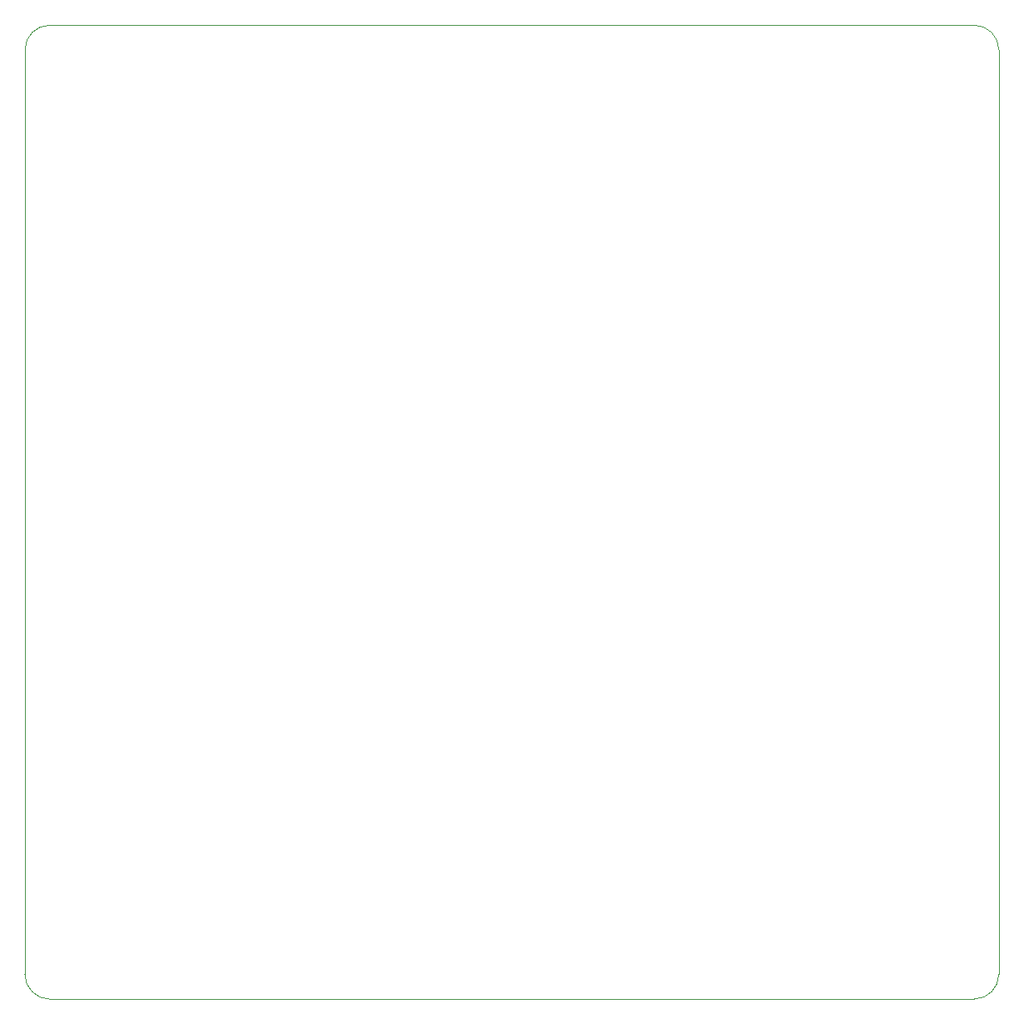
<source format=gbr>
%TF.GenerationSoftware,KiCad,Pcbnew,8.0.5*%
%TF.CreationDate,2025-09-05T11:18:18+09:00*%
%TF.ProjectId,TangNanoDCJ11MEM,54616e67-4e61-46e6-9f44-434a31314d45,rev?*%
%TF.SameCoordinates,Original*%
%TF.FileFunction,Profile,NP*%
%FSLAX46Y46*%
G04 Gerber Fmt 4.6, Leading zero omitted, Abs format (unit mm)*
G04 Created by KiCad (PCBNEW 8.0.5) date 2025-09-05 11:18:18*
%MOMM*%
%LPD*%
G01*
G04 APERTURE LIST*
%TA.AperFunction,Profile*%
%ADD10C,0.100000*%
%TD*%
G04 APERTURE END LIST*
D10*
X2540000Y0D02*
X96520000Y0D01*
X2540000Y-99060000D02*
G75*
G02*
X0Y-96520000I0J2540000D01*
G01*
X96520000Y0D02*
G75*
G02*
X99060000Y-2540000I0J-2540000D01*
G01*
X99060000Y-2540000D02*
X99060000Y-96520000D01*
X0Y-2540000D02*
G75*
G02*
X2540000Y0I2540000J0D01*
G01*
X0Y-96520000D02*
X0Y-2540000D01*
X99060000Y-96520000D02*
G75*
G02*
X96520000Y-99060000I-2540000J0D01*
G01*
X96520000Y-99060000D02*
X2540000Y-99060000D01*
M02*

</source>
